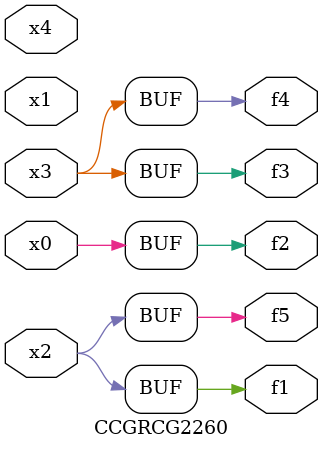
<source format=v>
module CCGRCG2260(
	input x0, x1, x2, x3, x4,
	output f1, f2, f3, f4, f5
);
	assign f1 = x2;
	assign f2 = x0;
	assign f3 = x3;
	assign f4 = x3;
	assign f5 = x2;
endmodule

</source>
